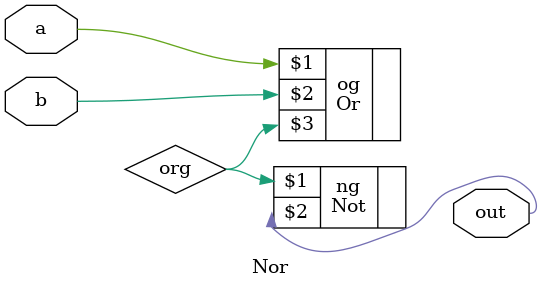
<source format=v>
`include "modules/gates/or.v"
`include "modules/gates/not.v"

module Nor(input a,
           b,
           output out);
    Or og(a, b, org);
    Not ng(org, out);
endmodule

</source>
